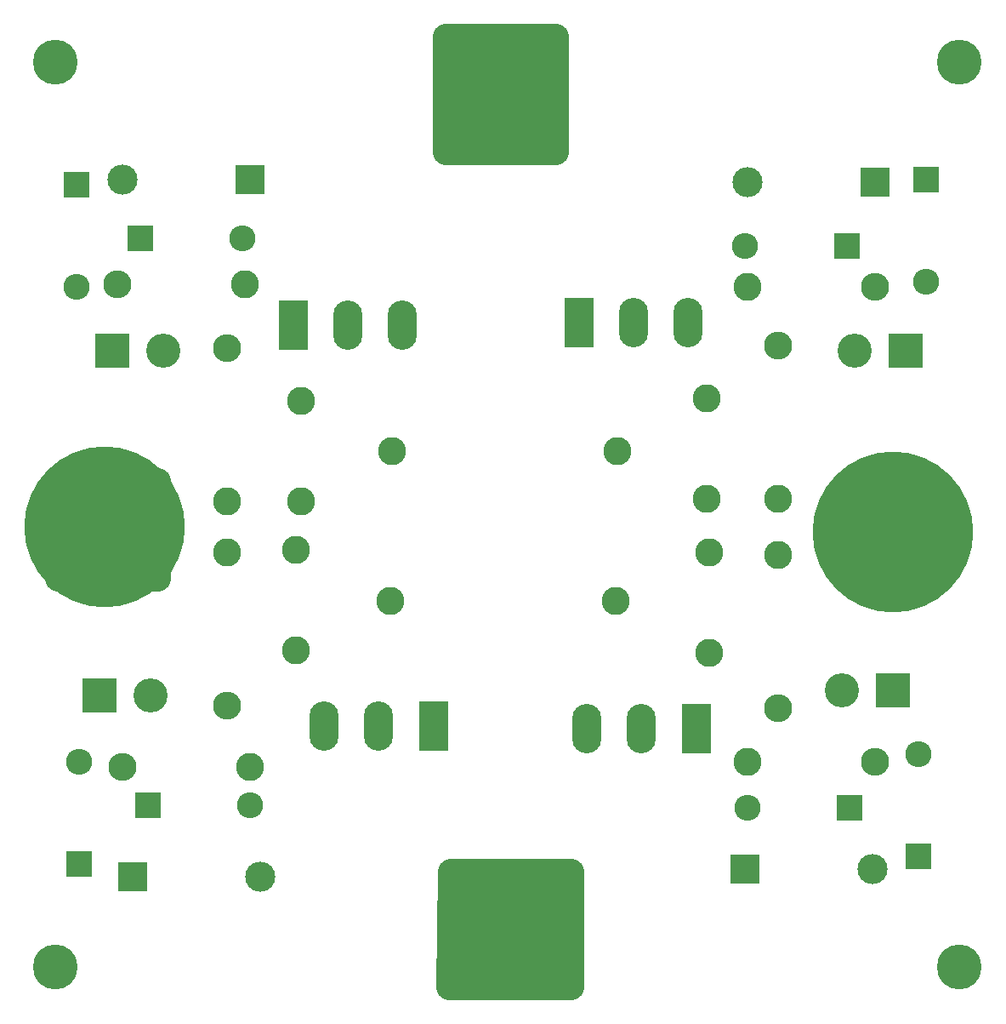
<source format=gbr>
G04 #@! TF.FileFunction,Soldermask,Bot*
%FSLAX46Y46*%
G04 Gerber Fmt 4.6, Leading zero omitted, Abs format (unit mm)*
G04 Created by KiCad (PCBNEW 4.0.7) date 07/12/19 11:42:16*
%MOMM*%
%LPD*%
G01*
G04 APERTURE LIST*
%ADD10C,0.100000*%
%ADD11R,2.900000X4.900000*%
%ADD12O,2.900000X4.900000*%
%ADD13C,2.800000*%
%ADD14R,3.400000X3.400000*%
%ADD15C,3.400000*%
%ADD16C,11.100000*%
%ADD17C,16.000000*%
%ADD18O,2.800000X2.800000*%
%ADD19C,4.464000*%
%ADD20R,2.600000X2.600000*%
%ADD21O,2.600000X2.600000*%
%ADD22R,3.000000X3.000000*%
%ADD23O,3.000000X3.000000*%
%ADD24C,2.500000*%
G04 APERTURE END LIST*
D10*
D11*
X113792000Y-116332000D03*
D12*
X108342000Y-116332000D03*
X102892000Y-116332000D03*
D13*
X114808000Y-93472000D03*
X114808000Y-83472000D03*
X105988000Y-88718000D03*
X83488000Y-88718000D03*
X74422000Y-93726000D03*
X74422000Y-83726000D03*
X83312000Y-103632000D03*
X105812000Y-103632000D03*
X73914000Y-98552000D03*
X73914000Y-108552000D03*
X115062000Y-98806000D03*
X115062000Y-108806000D03*
D14*
X134620000Y-78740000D03*
D15*
X129540000Y-78740000D03*
D14*
X55626000Y-78740000D03*
D15*
X60706000Y-78740000D03*
D16*
X94742000Y-54102000D03*
D14*
X54356000Y-113030000D03*
D15*
X59436000Y-113030000D03*
D14*
X133350000Y-112522000D03*
D15*
X128270000Y-112522000D03*
D16*
X94742000Y-135191500D03*
D17*
X133350000Y-96774000D03*
X54864000Y-96266000D03*
D11*
X102108000Y-75946000D03*
D12*
X107558000Y-75946000D03*
X113008000Y-75946000D03*
D11*
X73660000Y-76200000D03*
D12*
X79110000Y-76200000D03*
X84560000Y-76200000D03*
D11*
X87630000Y-116078000D03*
D12*
X82180000Y-116078000D03*
X76730000Y-116078000D03*
D13*
X121920000Y-93472000D03*
D18*
X121920000Y-78232000D03*
D13*
X67056000Y-93726000D03*
D18*
X67056000Y-78486000D03*
D13*
X67056000Y-98806000D03*
D18*
X67056000Y-114046000D03*
D13*
X121920000Y-99060000D03*
D18*
X121920000Y-114300000D03*
D19*
X50000000Y-50000000D03*
X140000000Y-50000000D03*
X50000000Y-140000000D03*
X140000000Y-140000000D03*
D20*
X52070000Y-62230000D03*
D21*
X52070000Y-72390000D03*
D20*
X135890000Y-129032000D03*
D21*
X135890000Y-118872000D03*
D20*
X52324000Y-129794000D03*
D21*
X52324000Y-119634000D03*
D20*
X136652000Y-61722000D03*
D21*
X136652000Y-71882000D03*
D20*
X128778000Y-68326000D03*
D21*
X118618000Y-68326000D03*
D20*
X58420000Y-67564000D03*
D21*
X68580000Y-67564000D03*
D20*
X129032000Y-124206000D03*
D21*
X118872000Y-124206000D03*
D13*
X118872000Y-72390000D03*
D18*
X131572000Y-72390000D03*
D13*
X68834000Y-72136000D03*
D18*
X56134000Y-72136000D03*
D13*
X118872000Y-119634000D03*
D18*
X131572000Y-119634000D03*
D20*
X59182000Y-123952000D03*
D21*
X69342000Y-123952000D03*
D13*
X69342000Y-120142000D03*
D18*
X56642000Y-120142000D03*
D22*
X131572000Y-61976000D03*
D23*
X118872000Y-61976000D03*
D22*
X69342000Y-61722000D03*
D23*
X56642000Y-61722000D03*
D22*
X57658000Y-131064000D03*
D23*
X70358000Y-131064000D03*
D22*
X118618000Y-130302000D03*
D23*
X131318000Y-130302000D03*
D24*
G36*
X60218000Y-101366000D02*
X50272000Y-101366000D01*
X50272000Y-91674000D01*
X60218000Y-91674000D01*
X60218000Y-101366000D01*
X60218000Y-101366000D01*
G37*
X60218000Y-101366000D02*
X50272000Y-101366000D01*
X50272000Y-91674000D01*
X60218000Y-91674000D01*
X60218000Y-101366000D01*
G36*
X99842000Y-58948000D02*
X88880000Y-58948000D01*
X88880000Y-47478000D01*
X99842000Y-47478000D01*
X99842000Y-58948000D01*
X99842000Y-58948000D01*
G37*
X99842000Y-58948000D02*
X88880000Y-58948000D01*
X88880000Y-47478000D01*
X99842000Y-47478000D01*
X99842000Y-58948000D01*
G36*
X101366000Y-142006000D02*
X89155737Y-142006000D01*
X89353496Y-130536000D01*
X101366000Y-130536000D01*
X101366000Y-142006000D01*
X101366000Y-142006000D01*
G37*
X101366000Y-142006000D02*
X89155737Y-142006000D01*
X89353496Y-130536000D01*
X101366000Y-130536000D01*
X101366000Y-142006000D01*
M02*

</source>
